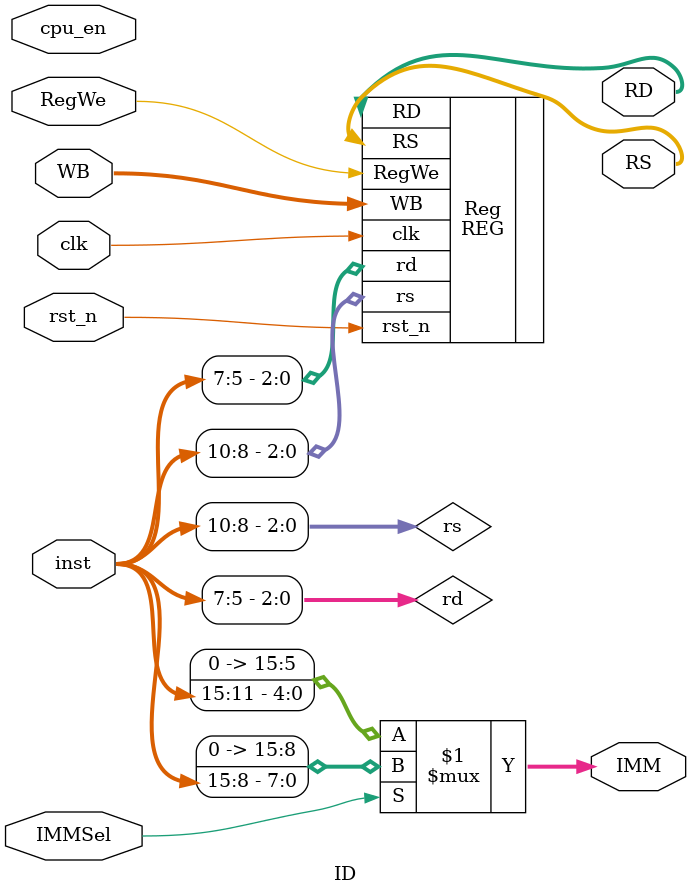
<source format=v>
module ID #(
    parameter CPU_WIDTH = 16
) (
    input wire                 clk,
    input wire                 rst_n,
    input wire [CPU_WIDTH-1:0] inst,
    input wire                 cpu_en,
    input wire [CPU_WIDTH-1:0] WB,
    input wire                 IMMSel,
    input wire                 RegWe,

    output wire [CPU_WIDTH-1:0] RD,
    output wire [CPU_WIDTH-1:0] RS,
    output wire [CPU_WIDTH-1:0] IMM
);

    //*****************************************************
    //**                    wire reg
    //*****************************************************
    wire [2:0] rd;
    wire [2:0] rs;

    assign rd = inst[7:5];
    assign rs = inst[10:8];
    //assign IMM = IMMSel ? {{8{1'b0}}, inst[CPU_WIDTH-1: 8]}:{{11{inst[CPU_WIDTH-1]}}, inst[CPU_WIDTH-1: 11]};
    assign IMM = IMMSel ? {{8{1'b0}}, inst[CPU_WIDTH-1: 8]}:{{11{1'b0}}, inst[CPU_WIDTH-1: 11]};   // 立即数设定为无符号数，扩展不考虑负数情况

    // assign rd = cpu_en ? inst[7:5] : 'b0;
    // assign rs = cpu_en ? inst[10:8] : 'b0;
    // //assign IMM = IMMSel ? {{8{1'b0}}, inst[CPU_WIDTH-1: 8]}:{{11{inst[CPU_WIDTH-1]}}, inst[CPU_WIDTH-1: 11]};
    // assign IMM = cpu_en ? (IMMSel ? {{8{1'b0}}, inst[CPU_WIDTH-1: 8]}:{{11{1'b0}}, inst[CPU_WIDTH-1: 11]}) : 'b0;   // 立即数设定为无符号数，扩展不考虑负数情况

    REG Reg (
        .clk  (clk),
        .rst_n(rst_n),
        .rd   (rd),
        .rs   (rs),
        .WB   (WB),
        .RegWe(RegWe),
        .RD   (RD),
        .RS   (RS)
    );

endmodule

</source>
